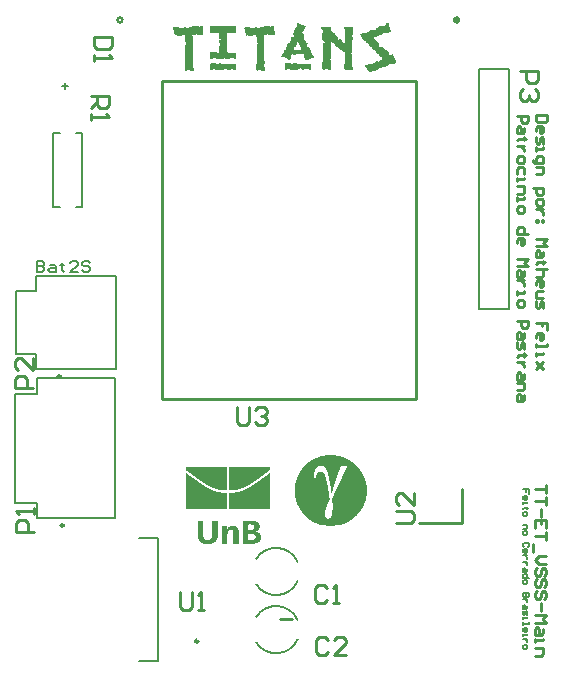
<source format=gbr>
G04*
G04 #@! TF.GenerationSoftware,Altium Limited,Altium Designer,25.4.2 (15)*
G04*
G04 Layer_Color=65535*
%FSLAX44Y44*%
%MOMM*%
G71*
G04*
G04 #@! TF.SameCoordinates,3DD580B5-EB9C-4BB7-A259-C10CE48ABDDF*
G04*
G04*
G04 #@! TF.FilePolarity,Positive*
G04*
G01*
G75*
%ADD10C,0.2000*%
%ADD11C,0.2540*%
%ADD12C,0.2500*%
%ADD13C,0.1540*%
G36*
X217454Y165375D02*
X217178D01*
Y165236D01*
X217039D01*
Y165098D01*
X216901D01*
Y164960D01*
X216625D01*
Y164822D01*
X216487D01*
Y164684D01*
X216210D01*
Y164545D01*
X216072D01*
Y164407D01*
X215934D01*
Y164269D01*
X215658D01*
Y164131D01*
X215519D01*
Y163993D01*
X215381D01*
Y163855D01*
X215105D01*
Y163716D01*
X214967D01*
Y163578D01*
X214690D01*
Y163440D01*
X214552D01*
Y163302D01*
X214414D01*
Y163164D01*
X214137D01*
Y163025D01*
X213999D01*
Y162887D01*
X213723D01*
Y162749D01*
X213585D01*
Y162611D01*
X213447D01*
Y162473D01*
X213170D01*
Y162334D01*
X213032D01*
Y162196D01*
X212894D01*
Y162058D01*
X212617D01*
Y161920D01*
X212479D01*
Y161782D01*
X212203D01*
Y161644D01*
X212065D01*
Y161505D01*
X211926D01*
Y161367D01*
X211650D01*
Y161229D01*
X211512D01*
Y161091D01*
X211374D01*
Y160953D01*
X211097D01*
Y160814D01*
X210959D01*
Y160676D01*
X210683D01*
Y160538D01*
X210545D01*
Y160400D01*
X210406D01*
Y160262D01*
X210130D01*
Y160124D01*
X209992D01*
Y159985D01*
X209854D01*
Y159847D01*
X209577D01*
Y159709D01*
X209439D01*
Y159571D01*
X209301D01*
Y159433D01*
X209025D01*
Y159294D01*
X208887D01*
Y159156D01*
X208610D01*
Y159018D01*
X208472D01*
Y158880D01*
X208334D01*
Y158742D01*
X208057D01*
Y158603D01*
X207919D01*
Y158465D01*
X207643D01*
Y158327D01*
X207505D01*
Y158189D01*
X207366D01*
Y158051D01*
X207090D01*
Y157913D01*
X206952D01*
Y157774D01*
X206675D01*
Y157636D01*
X206537D01*
Y157498D01*
X206399D01*
Y157360D01*
X206123D01*
Y157222D01*
X205985D01*
Y157084D01*
X205708D01*
Y156945D01*
X205570D01*
Y156807D01*
X205432D01*
Y156669D01*
X205156D01*
Y156531D01*
X205017D01*
Y156393D01*
X204741D01*
Y156254D01*
X204603D01*
Y156116D01*
X204465D01*
Y155978D01*
X204188D01*
Y155840D01*
X204050D01*
Y155702D01*
X203774D01*
Y155563D01*
X203636D01*
Y155425D01*
X203359D01*
Y155287D01*
X203221D01*
Y155149D01*
X202945D01*
Y155011D01*
X202806D01*
Y154873D01*
X202530D01*
Y154734D01*
X202254D01*
Y154596D01*
X202115D01*
Y154458D01*
X201839D01*
Y154320D01*
X201701D01*
Y154182D01*
X201425D01*
Y154044D01*
X201148D01*
Y153905D01*
X201010D01*
Y153767D01*
X200734D01*
Y153629D01*
X200457D01*
Y153491D01*
X200319D01*
Y153352D01*
X200043D01*
Y153214D01*
X199766D01*
Y153076D01*
X199490D01*
Y152938D01*
X199352D01*
Y152800D01*
X199075D01*
Y152662D01*
X198799D01*
Y152523D01*
X198523D01*
Y152385D01*
X198246D01*
Y152247D01*
X197970D01*
Y152109D01*
X197694D01*
Y151971D01*
X197417D01*
Y151833D01*
X197141D01*
Y151694D01*
X196864D01*
Y151556D01*
X196588D01*
Y151418D01*
X196312D01*
Y151280D01*
X196035D01*
Y151142D01*
X195759D01*
Y151003D01*
X195483D01*
Y150865D01*
X195206D01*
Y150727D01*
X194930D01*
Y150589D01*
X194515D01*
Y150451D01*
X194239D01*
Y150312D01*
X193963D01*
Y150174D01*
X193548D01*
Y150036D01*
X193272D01*
Y149898D01*
X192857D01*
Y149760D01*
X192443D01*
Y149622D01*
X192028D01*
Y149483D01*
X191614D01*
Y149345D01*
X191199D01*
Y149207D01*
X190646D01*
Y149069D01*
X190093D01*
Y148931D01*
X189403D01*
Y148792D01*
X188435D01*
Y148654D01*
X187468D01*
Y148516D01*
X185672D01*
Y148378D01*
X183046D01*
Y168000D01*
X217454D01*
Y165375D01*
D02*
G37*
G36*
X181112Y148378D02*
X178348D01*
Y148516D01*
X176690D01*
Y148654D01*
X175584D01*
Y148792D01*
X174755D01*
Y148931D01*
X174064D01*
Y149069D01*
X173512D01*
Y149207D01*
X172959D01*
Y149345D01*
X172544D01*
Y149483D01*
X171992D01*
Y149622D01*
X171577D01*
Y149760D01*
X171162D01*
Y149898D01*
X170886D01*
Y150036D01*
X170471D01*
Y150174D01*
X170195D01*
Y150312D01*
X169919D01*
Y150451D01*
X169504D01*
Y150589D01*
X169228D01*
Y150727D01*
X168951D01*
Y150865D01*
X168675D01*
Y151003D01*
X168399D01*
Y151142D01*
X167984D01*
Y151280D01*
X167708D01*
Y151418D01*
X167431D01*
Y151556D01*
X167155D01*
Y151694D01*
X166879D01*
Y151833D01*
X166602D01*
Y151971D01*
X166326D01*
Y152109D01*
X166050D01*
Y152247D01*
X165911D01*
Y152385D01*
X165635D01*
Y152523D01*
X165359D01*
Y152662D01*
X165082D01*
Y152800D01*
X164806D01*
Y152938D01*
X164668D01*
Y153076D01*
X164391D01*
Y153214D01*
X164115D01*
Y153352D01*
X163839D01*
Y153491D01*
X163562D01*
Y153629D01*
X163424D01*
Y153767D01*
X163148D01*
Y153905D01*
X162871D01*
Y154044D01*
X162733D01*
Y154182D01*
X162457D01*
Y154320D01*
X162180D01*
Y154458D01*
X162042D01*
Y154596D01*
X161766D01*
Y154734D01*
X161628D01*
Y154873D01*
X161351D01*
Y155011D01*
X161213D01*
Y155149D01*
X160937D01*
Y155287D01*
X160799D01*
Y155425D01*
X160522D01*
Y155563D01*
X160384D01*
Y155702D01*
X160108D01*
Y155840D01*
X159970D01*
Y155978D01*
X159693D01*
Y156116D01*
X159555D01*
Y156254D01*
X159278D01*
Y156393D01*
X159140D01*
Y156531D01*
X158864D01*
Y156669D01*
X158726D01*
Y156807D01*
X158588D01*
Y156945D01*
X158311D01*
Y157084D01*
X158173D01*
Y157222D01*
X157897D01*
Y157360D01*
X157759D01*
Y157498D01*
X157620D01*
Y157636D01*
X157344D01*
Y157774D01*
X157206D01*
Y157913D01*
X157068D01*
Y158051D01*
X156791D01*
Y158189D01*
X156653D01*
Y158327D01*
X156377D01*
Y158465D01*
X156238D01*
Y158603D01*
X156100D01*
Y158742D01*
X155824D01*
Y158880D01*
X155686D01*
Y159018D01*
X155548D01*
Y159156D01*
X155271D01*
Y159294D01*
X155133D01*
Y159433D01*
X154857D01*
Y159571D01*
X154719D01*
Y159709D01*
X154442D01*
Y159847D01*
X154304D01*
Y159985D01*
X154166D01*
Y160124D01*
X153889D01*
Y160262D01*
X153751D01*
Y160400D01*
X153613D01*
Y160538D01*
X153337D01*
Y160676D01*
X153198D01*
Y160814D01*
X153060D01*
Y160953D01*
X152784D01*
Y161091D01*
X152646D01*
Y161229D01*
X152369D01*
Y161367D01*
X152231D01*
Y161505D01*
X152093D01*
Y161644D01*
X151817D01*
Y161782D01*
X151678D01*
Y161920D01*
X151402D01*
Y162058D01*
X151264D01*
Y162196D01*
X151126D01*
Y162334D01*
X150849D01*
Y162473D01*
X150711D01*
Y162611D01*
X150573D01*
Y162749D01*
X150297D01*
Y162887D01*
X150158D01*
Y163025D01*
X150020D01*
Y163164D01*
X149744D01*
Y163302D01*
X149606D01*
Y163440D01*
X149329D01*
Y163578D01*
X149191D01*
Y163716D01*
X149053D01*
Y163855D01*
X148777D01*
Y163993D01*
X148638D01*
Y164131D01*
X148500D01*
Y164269D01*
X148224D01*
Y164407D01*
X148086D01*
Y164545D01*
X147809D01*
Y164684D01*
X147671D01*
Y164822D01*
X147395D01*
Y164960D01*
X147257D01*
Y165098D01*
X147118D01*
Y165236D01*
X146842D01*
Y165375D01*
X146704D01*
Y168000D01*
X181112D01*
Y148378D01*
D02*
G37*
G36*
X217454Y132625D02*
X183046D01*
Y146305D01*
X184566D01*
Y146443D01*
X186915D01*
Y146581D01*
X188159D01*
Y146720D01*
X189126D01*
Y146858D01*
X189817D01*
Y146996D01*
X190508D01*
Y147134D01*
X191061D01*
Y147273D01*
X191614D01*
Y147411D01*
X192166D01*
Y147549D01*
X192581D01*
Y147687D01*
X192995D01*
Y147825D01*
X193410D01*
Y147963D01*
X193686D01*
Y148102D01*
X194101D01*
Y148240D01*
X194515D01*
Y148378D01*
X194792D01*
Y148516D01*
X195068D01*
Y148654D01*
X195345D01*
Y148792D01*
X195759D01*
Y148931D01*
X196035D01*
Y149069D01*
X196312D01*
Y149207D01*
X196588D01*
Y149345D01*
X196864D01*
Y149483D01*
X197141D01*
Y149622D01*
X197555D01*
Y149760D01*
X197694D01*
Y149898D01*
X197970D01*
Y150036D01*
X198384D01*
Y150174D01*
X198523D01*
Y150312D01*
X198799D01*
Y150451D01*
X199075D01*
Y150589D01*
X199352D01*
Y150727D01*
X199628D01*
Y150865D01*
X199904D01*
Y151003D01*
X200043D01*
Y151142D01*
X200319D01*
Y151280D01*
X200595D01*
Y151418D01*
X200872D01*
Y151556D01*
X201148D01*
Y151694D01*
X201286D01*
Y151833D01*
X201563D01*
Y151971D01*
X201839D01*
Y152109D01*
X201977D01*
Y152247D01*
X202254D01*
Y152385D01*
X202530D01*
Y152523D01*
X202668D01*
Y152662D01*
X202945D01*
Y152800D01*
X203221D01*
Y152938D01*
X203359D01*
Y153076D01*
X203636D01*
Y153214D01*
X203774D01*
Y153352D01*
X204050D01*
Y153491D01*
X204326D01*
Y153629D01*
X204465D01*
Y153767D01*
X204603D01*
Y153905D01*
X204879D01*
Y154044D01*
X205156D01*
Y154182D01*
X205294D01*
Y154320D01*
X205570D01*
Y154458D01*
X205708D01*
Y154596D01*
X205846D01*
Y154734D01*
X206123D01*
Y154873D01*
X206261D01*
Y155011D01*
X206537D01*
Y155149D01*
X206675D01*
Y155287D01*
X206814D01*
Y155425D01*
X207090D01*
Y155563D01*
X207228D01*
Y155702D01*
X207505D01*
Y155840D01*
X207643D01*
Y155978D01*
X207781D01*
Y156116D01*
X208057D01*
Y156254D01*
X208195D01*
Y156393D01*
X208334D01*
Y156531D01*
X208610D01*
Y156669D01*
X208748D01*
Y156807D01*
X209025D01*
Y156945D01*
X209163D01*
Y157084D01*
X209301D01*
Y157222D01*
X209577D01*
Y157360D01*
X209716D01*
Y157498D01*
X209854D01*
Y157636D01*
X210130D01*
Y157774D01*
X210268D01*
Y157913D01*
X210545D01*
Y158051D01*
X210683D01*
Y158189D01*
X210821D01*
Y158327D01*
X211097D01*
Y158465D01*
X211236D01*
Y158603D01*
X211374D01*
Y158742D01*
X211650D01*
Y158880D01*
X211788D01*
Y159018D01*
X212065D01*
Y159156D01*
X212203D01*
Y159294D01*
X212341D01*
Y159433D01*
X212617D01*
Y159571D01*
X212756D01*
Y159709D01*
X213032D01*
Y159847D01*
X213170D01*
Y159985D01*
X213308D01*
Y160124D01*
X213585D01*
Y160262D01*
X213723D01*
Y160400D01*
X213861D01*
Y160538D01*
X214137D01*
Y160676D01*
X214276D01*
Y160814D01*
X214552D01*
Y160953D01*
X214690D01*
Y161091D01*
X214828D01*
Y161229D01*
X215105D01*
Y161367D01*
X215243D01*
Y161505D01*
X215519D01*
Y161644D01*
X215658D01*
Y161782D01*
X215796D01*
Y161920D01*
X216072D01*
Y162058D01*
X216210D01*
Y162196D01*
X216348D01*
Y162334D01*
X216625D01*
Y162473D01*
X216763D01*
Y162611D01*
X217039D01*
Y162749D01*
X217178D01*
Y162887D01*
X217454D01*
Y132625D01*
D02*
G37*
G36*
X146980Y162749D02*
X147118D01*
Y162611D01*
X147257D01*
Y162473D01*
X147533D01*
Y162334D01*
X147671D01*
Y162196D01*
X147948D01*
Y162058D01*
X148086D01*
Y161920D01*
X148362D01*
Y161782D01*
X148500D01*
Y161644D01*
X148638D01*
Y161505D01*
X148915D01*
Y161367D01*
X149053D01*
Y161229D01*
X149191D01*
Y161091D01*
X149467D01*
Y160953D01*
X149606D01*
Y160814D01*
X149882D01*
Y160676D01*
X150020D01*
Y160538D01*
X150158D01*
Y160400D01*
X150435D01*
Y160262D01*
X150573D01*
Y160124D01*
X150711D01*
Y159985D01*
X150988D01*
Y159847D01*
X151126D01*
Y159709D01*
X151402D01*
Y159571D01*
X151540D01*
Y159433D01*
X151678D01*
Y159294D01*
X151955D01*
Y159156D01*
X152093D01*
Y159018D01*
X152369D01*
Y158880D01*
X152508D01*
Y158742D01*
X152646D01*
Y158603D01*
X152922D01*
Y158465D01*
X153060D01*
Y158327D01*
X153198D01*
Y158189D01*
X153475D01*
Y158051D01*
X153613D01*
Y157913D01*
X153889D01*
Y157774D01*
X154028D01*
Y157636D01*
X154166D01*
Y157498D01*
X154442D01*
Y157360D01*
X154580D01*
Y157222D01*
X154719D01*
Y157084D01*
X154995D01*
Y156945D01*
X155133D01*
Y156807D01*
X155409D01*
Y156669D01*
X155548D01*
Y156531D01*
X155686D01*
Y156393D01*
X155962D01*
Y156254D01*
X156100D01*
Y156116D01*
X156238D01*
Y155978D01*
X156515D01*
Y155840D01*
X156653D01*
Y155702D01*
X156929D01*
Y155563D01*
X157068D01*
Y155425D01*
X157206D01*
Y155287D01*
X157482D01*
Y155149D01*
X157620D01*
Y155011D01*
X157897D01*
Y154873D01*
X158035D01*
Y154734D01*
X158173D01*
Y154596D01*
X158449D01*
Y154458D01*
X158588D01*
Y154320D01*
X158864D01*
Y154182D01*
X159002D01*
Y154044D01*
X159278D01*
Y153905D01*
X159417D01*
Y153767D01*
X159693D01*
Y153629D01*
X159831D01*
Y153491D01*
X160108D01*
Y153352D01*
X160246D01*
Y153214D01*
X160522D01*
Y153076D01*
X160799D01*
Y152938D01*
X160937D01*
Y152800D01*
X161213D01*
Y152662D01*
X161351D01*
Y152523D01*
X161628D01*
Y152385D01*
X161904D01*
Y152247D01*
X162042D01*
Y152109D01*
X162319D01*
Y151971D01*
X162595D01*
Y151833D01*
X162871D01*
Y151694D01*
X163009D01*
Y151556D01*
X163286D01*
Y151418D01*
X163562D01*
Y151280D01*
X163839D01*
Y151142D01*
X163977D01*
Y151003D01*
X164253D01*
Y150865D01*
X164529D01*
Y150727D01*
X164806D01*
Y150589D01*
X165082D01*
Y150451D01*
X165220D01*
Y150312D01*
X165635D01*
Y150174D01*
X165773D01*
Y150036D01*
X166050D01*
Y149898D01*
X166326D01*
Y149760D01*
X166602D01*
Y149622D01*
X167017D01*
Y149483D01*
X167155D01*
Y149345D01*
X167431D01*
Y149207D01*
X167846D01*
Y149069D01*
X168122D01*
Y148931D01*
X168399D01*
Y148792D01*
X168675D01*
Y148654D01*
X168951D01*
Y148516D01*
X169366D01*
Y148378D01*
X169642D01*
Y148240D01*
X170057D01*
Y148102D01*
X170333D01*
Y147963D01*
X170748D01*
Y147825D01*
X171162D01*
Y147687D01*
X171577D01*
Y147549D01*
X171992D01*
Y147411D01*
X172544D01*
Y147273D01*
X172959D01*
Y147134D01*
X173650D01*
Y146996D01*
X174202D01*
Y146858D01*
X175032D01*
Y146720D01*
X175999D01*
Y146581D01*
X177242D01*
Y146443D01*
X179039D01*
Y146305D01*
X179177D01*
Y146443D01*
X179453D01*
Y146305D01*
X180973D01*
Y132625D01*
X146704D01*
Y162887D01*
X146980D01*
Y162749D01*
D02*
G37*
G36*
X273579Y177657D02*
X276088D01*
Y177239D01*
X277761D01*
Y176821D01*
X279015D01*
Y176403D01*
X280270D01*
Y175985D01*
X281106D01*
Y175567D01*
X282360D01*
Y175149D01*
X282779D01*
Y174730D01*
X284033D01*
Y174312D01*
X284451D01*
Y173894D01*
X285287D01*
Y173476D01*
X286124D01*
Y173058D01*
X286542D01*
Y172640D01*
X286960D01*
Y172221D01*
X287796D01*
Y171803D01*
X288214D01*
Y171385D01*
X288633D01*
Y170967D01*
X289469D01*
Y170549D01*
X289887D01*
Y170131D01*
X290305D01*
Y169713D01*
X290723D01*
Y169294D01*
X291141D01*
Y168876D01*
X291560D01*
Y168458D01*
X291978D01*
Y168040D01*
X292396D01*
Y167622D01*
X292814D01*
Y166786D01*
X293232D01*
Y166367D01*
X293650D01*
Y165949D01*
X294069D01*
Y165113D01*
X294487D01*
Y164695D01*
X294905D01*
Y163859D01*
X295323D01*
Y163440D01*
X295741D01*
Y162604D01*
X296159D01*
Y161768D01*
X296577D01*
Y160931D01*
X296996D01*
Y160095D01*
X297414D01*
Y159259D01*
X297832D01*
Y158005D01*
X298250D01*
Y156750D01*
X298668D01*
Y155077D01*
X299086D01*
Y152987D01*
X299504D01*
Y147969D01*
X299923D01*
Y147551D01*
X299504D01*
Y143369D01*
X299086D01*
Y141279D01*
X298668D01*
Y139606D01*
X298250D01*
Y138351D01*
X297832D01*
Y137515D01*
X297414D01*
Y136261D01*
X296996D01*
Y135424D01*
X296577D01*
Y134588D01*
X296159D01*
Y133752D01*
X295741D01*
Y133334D01*
X295323D01*
Y132498D01*
X294905D01*
Y131661D01*
X294487D01*
Y131243D01*
X294069D01*
Y130825D01*
X293650D01*
Y129989D01*
X293232D01*
Y129570D01*
X292814D01*
Y129152D01*
X292396D01*
Y128734D01*
X291978D01*
Y128316D01*
X291560D01*
Y127480D01*
X291141D01*
Y127062D01*
X290723D01*
Y126643D01*
X289887D01*
Y126225D01*
X289469D01*
Y125807D01*
X289051D01*
Y125389D01*
X288633D01*
Y124971D01*
X288214D01*
Y124553D01*
X287378D01*
Y124135D01*
X286960D01*
Y123716D01*
X286542D01*
Y123298D01*
X285706D01*
Y122880D01*
X284869D01*
Y122462D01*
X284451D01*
Y122044D01*
X283615D01*
Y121626D01*
X282779D01*
Y121208D01*
X281942D01*
Y120789D01*
X281106D01*
Y120371D01*
X279851D01*
Y119953D01*
X278597D01*
Y119535D01*
X277343D01*
Y119117D01*
X275670D01*
Y118699D01*
X272743D01*
Y118280D01*
X265216D01*
Y118699D01*
X262289D01*
Y119117D01*
X261035D01*
Y119535D01*
X259362D01*
Y119953D01*
X258108D01*
Y120371D01*
X257272D01*
Y120789D01*
X256017D01*
Y121208D01*
X255181D01*
Y121626D01*
X254345D01*
Y122044D01*
X253508D01*
Y122462D01*
X253090D01*
Y122880D01*
X252254D01*
Y123298D01*
X251836D01*
Y123716D01*
X250999D01*
Y124135D01*
X250581D01*
Y124553D01*
X249745D01*
Y124971D01*
X249327D01*
Y125389D01*
X248909D01*
Y125807D01*
X248491D01*
Y126225D01*
X248072D01*
Y126643D01*
X247654D01*
Y127062D01*
X247236D01*
Y127480D01*
X246818D01*
Y127898D01*
X246400D01*
Y128316D01*
X245982D01*
Y128734D01*
X245563D01*
Y129152D01*
X245145D01*
Y129570D01*
X244727D01*
Y129989D01*
X244309D01*
Y130825D01*
X243891D01*
Y131243D01*
X243473D01*
Y132079D01*
X243055D01*
Y132498D01*
X242636D01*
Y133334D01*
X242218D01*
Y134170D01*
X241800D01*
Y135006D01*
X241382D01*
Y135424D01*
X240964D01*
Y136261D01*
X240546D01*
Y137515D01*
X240128D01*
Y138770D01*
X239709D01*
Y140024D01*
X239291D01*
Y141697D01*
X238873D01*
Y143787D01*
X238455D01*
Y152569D01*
X238873D01*
Y155077D01*
X239291D01*
Y156332D01*
X239709D01*
Y157586D01*
X240128D01*
Y158841D01*
X240546D01*
Y160095D01*
X240964D01*
Y160931D01*
X241382D01*
Y161768D01*
X241800D01*
Y162604D01*
X242218D01*
Y163022D01*
X242636D01*
Y163859D01*
X243055D01*
Y164695D01*
X243473D01*
Y165113D01*
X243891D01*
Y165531D01*
X244309D01*
Y166367D01*
X244727D01*
Y166786D01*
X245145D01*
Y167204D01*
X245563D01*
Y167622D01*
X245982D01*
Y168458D01*
X246400D01*
Y168876D01*
X246818D01*
Y169294D01*
X247236D01*
Y169713D01*
X247654D01*
Y170131D01*
X248491D01*
Y170549D01*
X248909D01*
Y170967D01*
X249327D01*
Y171385D01*
X249745D01*
Y171803D01*
X250163D01*
Y172221D01*
X250999D01*
Y172640D01*
X251418D01*
Y173058D01*
X252254D01*
Y173476D01*
X252672D01*
Y173894D01*
X253508D01*
Y174312D01*
X254345D01*
Y174730D01*
X255181D01*
Y175149D01*
X256017D01*
Y175567D01*
X256853D01*
Y175985D01*
X258108D01*
Y176403D01*
X258944D01*
Y176821D01*
X260199D01*
Y177239D01*
X261871D01*
Y177657D01*
X264380D01*
Y178076D01*
X273579D01*
Y177657D01*
D02*
G37*
G36*
X186915Y118392D02*
X187883D01*
Y118254D01*
X188297D01*
Y118116D01*
X188712D01*
Y117978D01*
X188988D01*
Y117839D01*
X189126D01*
Y117701D01*
X189403D01*
Y117563D01*
X189541D01*
Y117425D01*
X189679D01*
Y117287D01*
X189817D01*
Y117148D01*
X189955D01*
Y117010D01*
X190093D01*
Y116872D01*
X190232D01*
Y116596D01*
X190370D01*
Y116458D01*
X190508D01*
Y116181D01*
X190646D01*
Y115905D01*
X190784D01*
Y115490D01*
X190923D01*
Y114937D01*
X191061D01*
Y114108D01*
X191199D01*
Y103192D01*
X191061D01*
Y103054D01*
X186777D01*
Y103192D01*
X186639D01*
Y113418D01*
X186501D01*
Y113832D01*
X186362D01*
Y114108D01*
X186224D01*
Y114385D01*
X186086D01*
Y114523D01*
X185948D01*
Y114661D01*
X185810D01*
Y114799D01*
X185672D01*
Y114937D01*
X185257D01*
Y115076D01*
X183599D01*
Y114937D01*
X183184D01*
Y114799D01*
X182908D01*
Y114661D01*
X182770D01*
Y114523D01*
X182632D01*
Y114385D01*
X182493D01*
Y114247D01*
X182355D01*
Y114108D01*
X182217D01*
Y113832D01*
X182079D01*
Y113556D01*
X181941D01*
Y113141D01*
X181803D01*
Y112727D01*
X181664D01*
Y111897D01*
X181526D01*
Y103054D01*
X177242D01*
Y103192D01*
X177104D01*
Y118254D01*
X181250D01*
Y117701D01*
X181388D01*
Y116043D01*
X181526D01*
Y115490D01*
X181664D01*
Y115628D01*
X181803D01*
Y115905D01*
X181941D01*
Y116181D01*
X182079D01*
Y116458D01*
X182217D01*
Y116596D01*
X182355D01*
Y116872D01*
X182493D01*
Y117010D01*
X182632D01*
Y117148D01*
X182770D01*
Y117287D01*
X182908D01*
Y117425D01*
X183046D01*
Y117563D01*
X183323D01*
Y117701D01*
X183461D01*
Y117839D01*
X183737D01*
Y117978D01*
X184013D01*
Y118116D01*
X184428D01*
Y118254D01*
X184842D01*
Y118392D01*
X185810D01*
Y118530D01*
X186915D01*
Y118392D01*
D02*
G37*
G36*
X173373Y109410D02*
X173235D01*
Y108443D01*
X173097D01*
Y107890D01*
X172959D01*
Y107476D01*
X172820D01*
Y107061D01*
X172682D01*
Y106785D01*
X172544D01*
Y106508D01*
X172406D01*
Y106232D01*
X172268D01*
Y105956D01*
X172130D01*
Y105817D01*
X171992D01*
Y105541D01*
X171853D01*
Y105403D01*
X171715D01*
Y105265D01*
X171577D01*
Y105126D01*
X171439D01*
Y104988D01*
X171301D01*
Y104850D01*
X171162D01*
Y104712D01*
X171024D01*
Y104574D01*
X170886D01*
Y104436D01*
X170610D01*
Y104297D01*
X170471D01*
Y104159D01*
X170195D01*
Y104021D01*
X170057D01*
Y103883D01*
X169781D01*
Y103745D01*
X169504D01*
Y103606D01*
X169090D01*
Y103468D01*
X168813D01*
Y103330D01*
X168260D01*
Y103192D01*
X167846D01*
Y103054D01*
X167017D01*
Y102915D01*
X165773D01*
Y102777D01*
X164115D01*
Y102915D01*
X162733D01*
Y103054D01*
X162042D01*
Y103192D01*
X161490D01*
Y103330D01*
X161075D01*
Y103468D01*
X160660D01*
Y103606D01*
X160384D01*
Y103745D01*
X160108D01*
Y103883D01*
X159831D01*
Y104021D01*
X159555D01*
Y104159D01*
X159417D01*
Y104297D01*
X159140D01*
Y104436D01*
X159002D01*
Y104574D01*
X158864D01*
Y104712D01*
X158726D01*
Y104850D01*
X158588D01*
Y104988D01*
X158449D01*
Y105126D01*
X158311D01*
Y105265D01*
X158173D01*
Y105403D01*
X158035D01*
Y105541D01*
X157897D01*
Y105817D01*
X157759D01*
Y105956D01*
X157620D01*
Y106232D01*
X157482D01*
Y106370D01*
X157344D01*
Y106785D01*
X157206D01*
Y107061D01*
X157068D01*
Y107337D01*
X156929D01*
Y107890D01*
X156791D01*
Y108443D01*
X156653D01*
Y109410D01*
X156515D01*
Y122676D01*
X156653D01*
Y122814D01*
X160937D01*
Y122676D01*
X161075D01*
Y109410D01*
X161213D01*
Y108857D01*
X161351D01*
Y108443D01*
X161490D01*
Y108167D01*
X161628D01*
Y107890D01*
X161766D01*
Y107752D01*
X161904D01*
Y107614D01*
X162042D01*
Y107337D01*
X162319D01*
Y107199D01*
X162457D01*
Y107061D01*
X162595D01*
Y106923D01*
X162733D01*
Y106785D01*
X163009D01*
Y106646D01*
X163424D01*
Y106508D01*
X163977D01*
Y106370D01*
X166050D01*
Y106508D01*
X166602D01*
Y106646D01*
X166879D01*
Y106785D01*
X167155D01*
Y106923D01*
X167293D01*
Y107061D01*
X167570D01*
Y107199D01*
X167708D01*
Y107337D01*
X167846D01*
Y107476D01*
X167984D01*
Y107752D01*
X168122D01*
Y107890D01*
X168260D01*
Y108167D01*
X168399D01*
Y108581D01*
X168537D01*
Y108996D01*
X168675D01*
Y109548D01*
X168813D01*
Y122676D01*
X168951D01*
Y122814D01*
X173373D01*
Y109410D01*
D02*
G37*
G36*
X202668Y122676D02*
X204050D01*
Y122538D01*
X204741D01*
Y122399D01*
X205294D01*
Y122261D01*
X205708D01*
Y122123D01*
X206123D01*
Y121985D01*
X206399D01*
Y121847D01*
X206675D01*
Y121708D01*
X206814D01*
Y121570D01*
X207090D01*
Y121432D01*
X207228D01*
Y121294D01*
X207505D01*
Y121156D01*
X207643D01*
Y121018D01*
X207781D01*
Y120879D01*
X207919D01*
Y120741D01*
X208057D01*
Y120465D01*
X208195D01*
Y120327D01*
X208334D01*
Y120050D01*
X208472D01*
Y119774D01*
X208610D01*
Y119359D01*
X208748D01*
Y118945D01*
X208887D01*
Y116734D01*
X208748D01*
Y116181D01*
X208610D01*
Y115905D01*
X208472D01*
Y115628D01*
X208334D01*
Y115352D01*
X208195D01*
Y115214D01*
X208057D01*
Y114937D01*
X207919D01*
Y114799D01*
X207781D01*
Y114661D01*
X207643D01*
Y114523D01*
X207366D01*
Y114385D01*
X207228D01*
Y114247D01*
X206952D01*
Y114108D01*
X206675D01*
Y113970D01*
X206399D01*
Y113832D01*
X206123D01*
Y113694D01*
X205708D01*
Y113556D01*
X205846D01*
Y113418D01*
X206399D01*
Y113279D01*
X206814D01*
Y113141D01*
X207228D01*
Y113003D01*
X207505D01*
Y112865D01*
X207781D01*
Y112727D01*
X208057D01*
Y112588D01*
X208195D01*
Y112450D01*
X208472D01*
Y112312D01*
X208610D01*
Y112174D01*
X208748D01*
Y112036D01*
X208887D01*
Y111897D01*
X209025D01*
Y111759D01*
X209163D01*
Y111483D01*
X209301D01*
Y111345D01*
X209439D01*
Y111068D01*
X209577D01*
Y110792D01*
X209716D01*
Y110377D01*
X209854D01*
Y109963D01*
X209992D01*
Y107476D01*
X209854D01*
Y106923D01*
X209716D01*
Y106508D01*
X209577D01*
Y106232D01*
X209439D01*
Y105956D01*
X209301D01*
Y105817D01*
X209163D01*
Y105541D01*
X209025D01*
Y105403D01*
X208887D01*
Y105265D01*
X208748D01*
Y105126D01*
X208610D01*
Y104988D01*
X208472D01*
Y104850D01*
X208334D01*
Y104712D01*
X208195D01*
Y104574D01*
X207919D01*
Y104436D01*
X207781D01*
Y104297D01*
X207505D01*
Y104159D01*
X207366D01*
Y104021D01*
X206952D01*
Y103883D01*
X206675D01*
Y103745D01*
X206261D01*
Y103606D01*
X205846D01*
Y103468D01*
X205294D01*
Y103330D01*
X204603D01*
Y103192D01*
X203221D01*
Y103054D01*
X195068D01*
Y103192D01*
X194930D01*
Y115628D01*
Y115767D01*
Y122814D01*
X202668D01*
Y122676D01*
D02*
G37*
G36*
X221287Y537275D02*
X221941D01*
Y534004D01*
X216054D01*
Y534658D01*
X214745D01*
Y534004D01*
X212129D01*
Y533350D01*
X212783D01*
Y530079D01*
Y529425D01*
Y511763D01*
X213437D01*
Y509146D01*
X212783D01*
Y506530D01*
X213437D01*
Y503913D01*
X210166D01*
Y504567D01*
X207550D01*
Y503913D01*
X206241D01*
Y504567D01*
X205587D01*
Y509146D01*
X206241D01*
Y525500D01*
X206896D01*
Y526154D01*
X207550D01*
Y527462D01*
X206896D01*
Y528116D01*
X206241D01*
Y532696D01*
X205587D01*
Y534004D01*
X203625D01*
Y533350D01*
X199046D01*
Y534004D01*
X197738D01*
Y533350D01*
X197084D01*
Y535966D01*
X196430D01*
Y539237D01*
X195775D01*
Y539891D01*
X196430D01*
Y540545D01*
X200354D01*
Y539891D01*
X204933D01*
Y540545D01*
X206896D01*
Y539891D01*
X209512D01*
Y540545D01*
X212129D01*
Y541199D01*
X218016D01*
Y540545D01*
X218670D01*
Y541199D01*
X219324D01*
Y541853D01*
X221287D01*
Y537275D01*
D02*
G37*
G36*
X161106Y534004D02*
X155873D01*
Y534658D01*
X154564D01*
Y534004D01*
X151948D01*
Y533350D01*
X152602D01*
Y513071D01*
X151948D01*
Y512417D01*
X152602D01*
Y505876D01*
X153256D01*
Y503913D01*
X149985D01*
Y504567D01*
X147369D01*
Y503913D01*
X145406D01*
Y511109D01*
X146061D01*
Y513071D01*
X145406D01*
Y516996D01*
X146061D01*
Y525500D01*
X146715D01*
Y528116D01*
X146061D01*
Y528771D01*
X145406D01*
Y534004D01*
X142790D01*
Y533350D01*
X138865D01*
Y534004D01*
X137557D01*
Y533350D01*
X136903D01*
Y534658D01*
X136249D01*
Y537929D01*
X135594D01*
Y540545D01*
X140173D01*
Y539891D01*
X144752D01*
Y540545D01*
X146715D01*
Y539891D01*
X149331D01*
Y540545D01*
X151948D01*
Y541199D01*
X157835D01*
Y540545D01*
X158489D01*
Y541199D01*
X159143D01*
Y541853D01*
X161106D01*
Y534004D01*
D02*
G37*
G36*
X170918Y541199D02*
X188580D01*
Y540545D01*
X189234D01*
Y535966D01*
X181384D01*
Y519613D01*
X182038D01*
Y518959D01*
X189234D01*
Y514380D01*
X188580D01*
Y513725D01*
X187271D01*
Y514380D01*
X184001D01*
Y513725D01*
X179422D01*
Y514380D01*
X178768D01*
Y513725D01*
X171572D01*
Y514380D01*
X169610D01*
Y513725D01*
X166993D01*
Y519613D01*
X172880D01*
Y518959D01*
X174189D01*
Y519613D01*
X174843D01*
Y524846D01*
X175497D01*
Y526808D01*
X174843D01*
Y529425D01*
X176151D01*
Y530733D01*
X174843D01*
Y534658D01*
X174189D01*
Y535966D01*
X168955D01*
Y535312D01*
X167647D01*
Y535966D01*
X166993D01*
Y536620D01*
Y541199D01*
X167647D01*
Y541853D01*
X170918D01*
Y541199D01*
D02*
G37*
G36*
X176151Y509801D02*
X189234D01*
Y504567D01*
X186617D01*
Y505222D01*
X184655D01*
Y504567D01*
X181384D01*
Y505222D01*
X180730D01*
Y505876D01*
X180076D01*
Y505222D01*
X178768D01*
Y504567D01*
X170918D01*
Y505222D01*
X169610D01*
Y504567D01*
X166993D01*
Y506530D01*
Y507184D01*
Y509801D01*
X167647D01*
Y510455D01*
X172226D01*
Y509801D01*
X174843D01*
Y510455D01*
X176151D01*
Y509801D01*
D02*
G37*
G36*
X230445Y506530D02*
Y510455D01*
X235678D01*
Y509801D01*
X236986D01*
Y510455D01*
X240257D01*
Y509801D01*
X252031D01*
Y504567D01*
X250723D01*
Y505222D01*
X246144D01*
Y504567D01*
X244836D01*
Y505222D01*
X244182D01*
Y505876D01*
X242873D01*
Y505222D01*
X241565D01*
Y504567D01*
X234370D01*
Y505222D01*
X232407D01*
Y504567D01*
X230445D01*
Y505876D01*
Y506530D01*
D02*
G37*
G36*
X242219Y543162D02*
X244182D01*
Y542508D01*
X246144D01*
Y541853D01*
X247452D01*
Y541199D01*
X248107D01*
Y540545D01*
X247452D01*
Y539237D01*
X246798D01*
Y538583D01*
X246144D01*
Y537275D01*
X245490D01*
Y536620D01*
X244836D01*
Y535966D01*
X245490D01*
Y534658D01*
X246144D01*
Y532696D01*
X246798D01*
Y530079D01*
X247452D01*
Y528771D01*
X248107D01*
Y527462D01*
X248761D01*
Y526808D01*
X249415D01*
Y526154D01*
X248761D01*
Y524192D01*
X250069D01*
Y523538D01*
X250723D01*
Y522883D01*
X251377D01*
Y521575D01*
X252031D01*
Y520267D01*
X252686D01*
Y518959D01*
X253340D01*
Y516996D01*
X253994D01*
Y516342D01*
X254648D01*
Y515688D01*
X255302D01*
Y515034D01*
X254648D01*
Y514380D01*
X252686D01*
Y513725D01*
X250723D01*
Y513071D01*
X248761D01*
Y512417D01*
X248107D01*
Y513071D01*
X247452D01*
Y514380D01*
X246798D01*
Y516342D01*
X246144D01*
Y517650D01*
X239603D01*
Y516996D01*
X236986D01*
Y517650D01*
X236332D01*
Y516996D01*
X235678D01*
Y516342D01*
X235024D01*
Y513725D01*
X234370D01*
Y513071D01*
X233061D01*
Y513725D01*
X231753D01*
Y514380D01*
X230445D01*
Y515034D01*
X227828D01*
Y515688D01*
X227174D01*
Y516342D01*
X227828D01*
Y517650D01*
X228482D01*
Y518959D01*
X229137D01*
Y519613D01*
X229791D01*
Y520921D01*
X230445D01*
Y521575D01*
X231099D01*
Y523538D01*
X231753D01*
Y524846D01*
X232407D01*
Y526154D01*
X233061D01*
Y526808D01*
X233715D01*
Y527462D01*
X234370D01*
Y528771D01*
X235024D01*
Y530079D01*
X235678D01*
Y532041D01*
X236986D01*
Y532696D01*
X237640D01*
Y534004D01*
X236986D01*
Y535312D01*
X237640D01*
Y536620D01*
X238295D01*
Y537929D01*
X238949D01*
Y539891D01*
X239603D01*
Y540545D01*
X240257D01*
Y541199D01*
X240911D01*
Y541853D01*
X240257D01*
Y543162D01*
X240911D01*
Y543816D01*
X242219D01*
Y543162D01*
D02*
G37*
G36*
X263152Y540545D02*
X269039D01*
Y537275D01*
X270347D01*
Y536620D01*
X271001D01*
Y535966D01*
X271656D01*
Y535312D01*
X272310D01*
Y534658D01*
X272964D01*
Y534004D01*
X273618D01*
Y533350D01*
X274272D01*
Y532696D01*
X274926D01*
Y530733D01*
X275581D01*
Y530079D01*
X276235D01*
Y530733D01*
X277543D01*
Y530079D01*
X278197D01*
Y528771D01*
X278851D01*
Y528116D01*
X279505D01*
Y527462D01*
X280814D01*
Y539237D01*
X280159D01*
Y540545D01*
X288009D01*
Y534004D01*
X287355D01*
Y532041D01*
X288009D01*
Y530079D01*
X287355D01*
Y518959D01*
X286047D01*
Y517650D01*
X286701D01*
Y516996D01*
X287355D01*
Y508492D01*
X286701D01*
Y507838D01*
X287355D01*
Y507184D01*
X288009D01*
Y504567D01*
X280814D01*
Y505222D01*
X280159D01*
Y509801D01*
X280814D01*
Y519613D01*
X279505D01*
Y520267D01*
X278197D01*
Y520921D01*
X277543D01*
Y521575D01*
X276889D01*
Y522229D01*
X276235D01*
Y522883D01*
X275581D01*
Y523538D01*
X274926D01*
Y524192D01*
X273618D01*
Y524846D01*
X272964D01*
Y525500D01*
X272310D01*
Y526154D01*
X271656D01*
Y526808D01*
X271001D01*
Y527462D01*
X270347D01*
Y528116D01*
X269693D01*
Y528771D01*
X269039D01*
Y513725D01*
X268385D01*
Y513071D01*
X269039D01*
Y511109D01*
X269693D01*
Y510455D01*
X269039D01*
Y506530D01*
X269693D01*
Y504567D01*
X266423D01*
Y505222D01*
X263806D01*
Y504567D01*
X262498D01*
Y505222D01*
X261843D01*
Y511109D01*
X262498D01*
Y526808D01*
X263152D01*
Y527462D01*
X263806D01*
Y528116D01*
X263152D01*
Y528771D01*
X262498D01*
Y529425D01*
X261843D01*
Y535966D01*
X262498D01*
Y537929D01*
X261843D01*
Y539237D01*
X261189D01*
Y540545D01*
X262498D01*
X263152D01*
D02*
G37*
G36*
X311558Y541853D02*
X314829D01*
Y542508D01*
X315483D01*
Y543162D01*
X316137D01*
Y543816D01*
X316791D01*
Y544470D01*
X317446D01*
Y543816D01*
X318100D01*
Y541853D01*
X318754D01*
Y540545D01*
X319408D01*
Y538583D01*
X320062D01*
Y536620D01*
X318100D01*
Y535966D01*
X316137D01*
Y535312D01*
X313521D01*
Y534658D01*
X312212D01*
Y534004D01*
X310250D01*
Y533350D01*
X308288D01*
Y532696D01*
X306979D01*
Y532041D01*
X305671D01*
Y530733D01*
X306325D01*
Y530079D01*
X306979D01*
Y529425D01*
X307633D01*
Y528771D01*
X308288D01*
Y528116D01*
X308942D01*
Y527462D01*
X309596D01*
Y526808D01*
X310250D01*
Y524192D01*
X312867D01*
Y523538D01*
X313521D01*
Y522883D01*
X314175D01*
Y522229D01*
X314829D01*
Y521575D01*
X316137D01*
Y520921D01*
X316791D01*
Y520267D01*
X317446D01*
Y519613D01*
X318100D01*
Y518304D01*
X318754D01*
Y516996D01*
X320716D01*
Y517650D01*
X322024D01*
Y516342D01*
X322679D01*
Y514380D01*
X323333D01*
Y513071D01*
X323987D01*
Y511109D01*
X324641D01*
Y510455D01*
X323333D01*
Y509801D01*
X321370D01*
Y509146D01*
X318100D01*
Y508492D01*
X317446D01*
Y507838D01*
X316137D01*
Y507184D01*
X313521D01*
Y506530D01*
X312212D01*
Y505876D01*
X310250D01*
Y505222D01*
X308942D01*
Y504567D01*
X306979D01*
Y503913D01*
X305671D01*
Y503259D01*
X303709D01*
Y502605D01*
X301092D01*
Y503259D01*
X300438D01*
Y504567D01*
X299784D01*
Y505876D01*
X299130D01*
Y507184D01*
X298475D01*
Y508492D01*
X300438D01*
Y509146D01*
X301746D01*
Y509801D01*
X305017D01*
Y510455D01*
X306325D01*
Y511109D01*
X307633D01*
Y511763D01*
X308942D01*
Y511109D01*
X310250D01*
Y511763D01*
X310904D01*
Y513071D01*
X312212D01*
Y515034D01*
X311558D01*
Y515688D01*
X310904D01*
Y516342D01*
X310250D01*
Y516996D01*
X309596D01*
Y517650D01*
X308942D01*
Y518304D01*
X308288D01*
Y518959D01*
X307633D01*
Y519613D01*
X306979D01*
Y520267D01*
X306325D01*
Y520921D01*
X305671D01*
Y521575D01*
X305017D01*
Y522229D01*
X304363D01*
Y522883D01*
X303709D01*
Y523538D01*
X303054D01*
Y524192D01*
X302400D01*
Y524846D01*
X301746D01*
Y525500D01*
X301092D01*
Y526154D01*
X300438D01*
Y526808D01*
X299784D01*
Y527462D01*
X299130D01*
Y528771D01*
X297167D01*
Y529425D01*
X296513D01*
Y530733D01*
X295859D01*
Y532041D01*
X295205D01*
Y532696D01*
X294551D01*
Y534004D01*
X293897D01*
Y534658D01*
X295205D01*
Y535312D01*
X296513D01*
Y535966D01*
X299784D01*
Y536620D01*
X301746D01*
Y537275D01*
X302400D01*
Y537929D01*
X303709D01*
Y538583D01*
X304363D01*
Y537929D01*
X306325D01*
Y538583D01*
X306979D01*
Y539891D01*
X308942D01*
Y540545D01*
X310250D01*
Y541199D01*
X311558D01*
Y541853D01*
D02*
G37*
%LPC*%
G36*
X282779Y169294D02*
X282360D01*
Y168876D01*
X277343D01*
Y168040D01*
X276924D01*
Y167204D01*
X276506D01*
Y165949D01*
X276088D01*
Y165113D01*
X275670D01*
Y163859D01*
X275252D01*
Y162604D01*
X274834D01*
Y161350D01*
X274416D01*
Y160095D01*
X273997D01*
Y158841D01*
X273579D01*
Y157586D01*
X273161D01*
Y156332D01*
X272743D01*
Y155077D01*
X272325D01*
Y153823D01*
X271907D01*
Y152150D01*
X271489D01*
Y150896D01*
X271070D01*
Y149642D01*
X270652D01*
Y147969D01*
X270234D01*
Y146714D01*
X269816D01*
Y146296D01*
X269398D01*
Y149642D01*
X268980D01*
Y152150D01*
X268561D01*
Y154659D01*
X268143D01*
Y156750D01*
X267725D01*
Y158841D01*
X267307D01*
Y160513D01*
X266889D01*
Y162186D01*
X266471D01*
Y163859D01*
X266053D01*
Y164695D01*
X265634D01*
Y165949D01*
X265216D01*
Y166786D01*
X264798D01*
Y167204D01*
X264380D01*
Y168040D01*
X263962D01*
Y168458D01*
X263126D01*
Y168876D01*
X262289D01*
Y169294D01*
X258944D01*
Y168876D01*
X258108D01*
Y168458D01*
X257690D01*
Y168040D01*
X257272D01*
Y167622D01*
X256853D01*
Y167204D01*
X256435D01*
Y166367D01*
X256017D01*
Y165531D01*
X255599D01*
Y163859D01*
X255181D01*
Y159259D01*
X256853D01*
Y161768D01*
X257272D01*
Y162604D01*
X257690D01*
Y163440D01*
X258108D01*
Y163859D01*
X258526D01*
Y164277D01*
X261871D01*
Y163859D01*
X262289D01*
Y163440D01*
X262708D01*
Y163022D01*
X263126D01*
Y162604D01*
X263544D01*
Y162186D01*
X263962D01*
Y161350D01*
X264380D01*
Y160095D01*
X264798D01*
Y158841D01*
X265216D01*
Y156750D01*
X265634D01*
Y154659D01*
X266053D01*
Y152569D01*
X266471D01*
Y150060D01*
X266889D01*
Y147551D01*
X267307D01*
Y145042D01*
X267725D01*
Y142115D01*
X268143D01*
Y140442D01*
X267725D01*
Y139606D01*
X267307D01*
Y138770D01*
X266889D01*
Y137933D01*
X266471D01*
Y137097D01*
X266053D01*
Y135843D01*
X265634D01*
Y134588D01*
X265216D01*
Y133334D01*
X264798D01*
Y132079D01*
X264380D01*
Y129989D01*
X263962D01*
Y127062D01*
X264380D01*
Y125807D01*
X264798D01*
Y125389D01*
X265216D01*
Y124971D01*
X266053D01*
Y124553D01*
X267725D01*
Y124971D01*
X268561D01*
Y125389D01*
X268980D01*
Y125807D01*
X269398D01*
Y127062D01*
X269816D01*
Y128316D01*
X270234D01*
Y131661D01*
X270652D01*
Y137515D01*
X270234D01*
Y142115D01*
X270652D01*
Y142951D01*
X271070D01*
Y143787D01*
X271489D01*
Y144624D01*
X271907D01*
Y145878D01*
X272325D01*
Y146714D01*
X272743D01*
Y147551D01*
X273161D01*
Y148387D01*
X273579D01*
Y149223D01*
X273997D01*
Y150060D01*
X274416D01*
Y150896D01*
X274834D01*
Y152150D01*
X275252D01*
Y152987D01*
X275670D01*
Y153823D01*
X276088D01*
Y154659D01*
X276506D01*
Y155496D01*
X276924D01*
Y156332D01*
X277343D01*
Y157586D01*
X277761D01*
Y158423D01*
X278179D01*
Y159259D01*
X278597D01*
Y160095D01*
X279015D01*
Y160931D01*
X279433D01*
Y161768D01*
X279851D01*
Y162604D01*
X280270D01*
Y163440D01*
X280688D01*
Y164277D01*
X281106D01*
Y165113D01*
X281524D01*
Y165949D01*
X281942D01*
Y166786D01*
X282360D01*
Y167622D01*
X282779D01*
Y168458D01*
X283197D01*
Y168876D01*
X282779D01*
Y169294D01*
D02*
G37*
G36*
X201701Y119636D02*
X201286D01*
Y119498D01*
X201148D01*
Y119636D01*
X199490D01*
Y119498D01*
X199352D01*
Y114937D01*
X202115D01*
Y115076D01*
X202806D01*
Y115214D01*
X203221D01*
Y115352D01*
X203497D01*
Y115490D01*
X203774D01*
Y115628D01*
X203912D01*
Y115767D01*
X204050D01*
Y116043D01*
X204188D01*
Y116319D01*
X204326D01*
Y116734D01*
X204465D01*
Y117839D01*
X204326D01*
Y118254D01*
X204188D01*
Y118530D01*
X204050D01*
Y118807D01*
X203912D01*
Y118945D01*
X203774D01*
Y119083D01*
X203497D01*
Y119221D01*
X203221D01*
Y119359D01*
X202668D01*
Y119498D01*
X201701D01*
Y119636D01*
D02*
G37*
G36*
X203083Y111621D02*
X199352D01*
Y108857D01*
Y108719D01*
Y106370D01*
X203083D01*
Y106508D01*
X203636D01*
Y106646D01*
X204050D01*
Y106785D01*
X204326D01*
Y106923D01*
X204603D01*
Y107061D01*
X204741D01*
Y107199D01*
X204879D01*
Y107337D01*
X205017D01*
Y107476D01*
X205156D01*
Y107752D01*
X205294D01*
Y108028D01*
X205432D01*
Y108719D01*
X205570D01*
Y109272D01*
X205432D01*
Y109963D01*
X205294D01*
Y110239D01*
X205156D01*
Y110516D01*
X205017D01*
Y110654D01*
X204879D01*
Y110792D01*
X204741D01*
Y110930D01*
X204603D01*
Y111068D01*
X204326D01*
Y111207D01*
X204050D01*
Y111345D01*
X203636D01*
Y111483D01*
X203083D01*
Y111621D01*
D02*
G37*
G36*
X241565Y528116D02*
X240911D01*
Y526808D01*
X240257D01*
Y525500D01*
X239603D01*
Y524192D01*
X238949D01*
Y523538D01*
X238295D01*
Y522229D01*
X237640D01*
Y521575D01*
X244182D01*
Y522883D01*
X243528D01*
Y524192D01*
X242873D01*
Y525500D01*
X242219D01*
Y526808D01*
X241565D01*
Y528116D01*
D02*
G37*
%LPD*%
D10*
X240939Y38817D02*
G03*
X205885Y41250I-18189J-8317D01*
G01*
Y19750D02*
G03*
X240939Y22183I16865J10750D01*
G01*
Y88067D02*
G03*
X205885Y90500I-18189J-8317D01*
G01*
Y69000D02*
G03*
X240939Y71433I16865J10750D01*
G01*
X394800Y505350D02*
X420200D01*
Y302150D02*
Y505350D01*
X394800Y302150D02*
X420200D01*
X394800D02*
Y505350D01*
X1750Y138150D02*
Y230350D01*
X20750D01*
Y243350D01*
X86750D01*
Y125150D02*
Y243350D01*
X20750Y125150D02*
X86750D01*
X20750D02*
Y138150D01*
X1750D02*
X20750D01*
X19250Y330000D02*
X87250D01*
X19250Y317500D02*
Y330000D01*
X2250Y317500D02*
X19250D01*
Y251400D02*
X87250D01*
X19250D02*
Y263900D01*
X2250D02*
X19250D01*
X2250D02*
Y317500D01*
X87250Y251400D02*
Y330000D01*
X43750Y488300D02*
Y493300D01*
X41250Y490800D02*
X46250D01*
X52990Y388250D02*
X58250D01*
X34250Y451250D02*
X39510D01*
X34250Y388250D02*
X39510D01*
X52990Y451250D02*
X58250D01*
Y388250D02*
Y451250D01*
X34250Y388250D02*
Y451250D01*
X123000Y4250D02*
Y108250D01*
X107000D02*
X123000D01*
X107000Y4250D02*
X123000D01*
X20000Y342997D02*
Y333000D01*
X24998D01*
X26665Y334666D01*
Y336332D01*
X24998Y337998D01*
X20000D01*
X24998D01*
X26665Y339664D01*
Y341331D01*
X24998Y342997D01*
X20000D01*
X31663Y339664D02*
X34995D01*
X36661Y337998D01*
Y333000D01*
X31663D01*
X29997Y334666D01*
X31663Y336332D01*
X36661D01*
X41660Y341331D02*
Y339664D01*
X39994D01*
X43326D01*
X41660D01*
Y334666D01*
X43326Y333000D01*
X54989D02*
X48324D01*
X54989Y339664D01*
Y341331D01*
X53323Y342997D01*
X49990D01*
X48324Y341331D01*
X64985D02*
X63319Y342997D01*
X59987D01*
X58321Y341331D01*
Y339664D01*
X59987Y337998D01*
X63319D01*
X64985Y336332D01*
Y334666D01*
X63319Y333000D01*
X59987D01*
X58321Y334666D01*
D11*
X92500Y546700D02*
G03*
X92500Y546700I-2000J0D01*
G01*
X377600D02*
G03*
X377600Y546700I-2000J0D01*
G01*
X341250Y226000D02*
Y257000D01*
X126250Y226000D02*
X341250D01*
X126250D02*
Y487000D01*
X341250Y257000D02*
Y487000D01*
Y477000D02*
Y495000D01*
X126250D02*
X341250D01*
X126250Y487000D02*
Y495000D01*
X380500Y120700D02*
Y149700D01*
X343500Y120700D02*
X380500D01*
X226500Y39700D02*
X236500D01*
X427040Y465710D02*
X436037D01*
Y461211D01*
X434538Y459712D01*
X431539D01*
X430039Y461211D01*
Y465710D01*
X433038Y455213D02*
Y452214D01*
X431539Y450715D01*
X427040D01*
Y455213D01*
X428540Y456713D01*
X430039Y455213D01*
Y450715D01*
X434538Y446216D02*
X433038D01*
Y447716D01*
Y444717D01*
Y446216D01*
X428540D01*
X427040Y444717D01*
X433038Y440218D02*
X427040D01*
X430039D01*
X431539Y438719D01*
X433038Y437219D01*
Y435720D01*
X427040Y429722D02*
Y426723D01*
X428540Y425223D01*
X431539D01*
X433038Y426723D01*
Y429722D01*
X431539Y431221D01*
X428540D01*
X427040Y429722D01*
X433038Y416226D02*
Y420724D01*
X431539Y422224D01*
X428540D01*
X427040Y420724D01*
Y416226D01*
Y413227D02*
Y410228D01*
Y411727D01*
X433038D01*
Y413227D01*
X427040Y405729D02*
X433038D01*
Y401231D01*
X431539Y399731D01*
X427040D01*
Y396732D02*
Y393733D01*
Y395233D01*
X433038D01*
Y396732D01*
X427040Y387735D02*
Y384736D01*
X428540Y383237D01*
X431539D01*
X433038Y384736D01*
Y387735D01*
X431539Y389235D01*
X428540D01*
X427040Y387735D01*
X436037Y365243D02*
X427040D01*
Y369741D01*
X428540Y371241D01*
X431539D01*
X433038Y369741D01*
Y365243D01*
X427040Y357745D02*
Y360744D01*
X428540Y362243D01*
X431539D01*
X433038Y360744D01*
Y357745D01*
X431539Y356245D01*
X430039D01*
Y362243D01*
X427040Y344249D02*
X436037D01*
X433038Y341250D01*
X436037Y338251D01*
X427040D01*
X433038Y333753D02*
Y330754D01*
X431539Y329254D01*
X427040D01*
Y333753D01*
X428540Y335252D01*
X430039Y333753D01*
Y329254D01*
X433038Y326255D02*
X427040D01*
X430039D01*
X431539Y324756D01*
X433038Y323256D01*
Y321757D01*
X427040Y317258D02*
Y314259D01*
Y315758D01*
X433038D01*
Y317258D01*
X427040Y308261D02*
Y305262D01*
X428540Y303762D01*
X431539D01*
X433038Y305262D01*
Y308261D01*
X431539Y309760D01*
X428540D01*
X427040Y308261D01*
Y291766D02*
X436037D01*
Y287268D01*
X434538Y285768D01*
X431539D01*
X430039Y287268D01*
Y291766D01*
X433038Y281270D02*
Y278271D01*
X431539Y276771D01*
X427040D01*
Y281270D01*
X428540Y282769D01*
X430039Y281270D01*
Y276771D01*
X427040Y273772D02*
Y269274D01*
X428540Y267774D01*
X430039Y269274D01*
Y272273D01*
X431539Y273772D01*
X433038Y272273D01*
Y267774D01*
X434538Y263276D02*
X433038D01*
Y264775D01*
Y261776D01*
Y263276D01*
X428540D01*
X427040Y261776D01*
X433038Y257278D02*
X427040D01*
X430039D01*
X431539Y255778D01*
X433038Y254278D01*
Y252779D01*
Y246781D02*
Y243782D01*
X431539Y242282D01*
X427040D01*
Y246781D01*
X428540Y248280D01*
X430039Y246781D01*
Y242282D01*
X427040Y239283D02*
X433038D01*
Y234785D01*
X431539Y233285D01*
X427040D01*
X433038Y228787D02*
Y225788D01*
X431539Y224288D01*
X427040D01*
Y228787D01*
X428540Y230286D01*
X430039Y228787D01*
Y224288D01*
X452036Y465960D02*
X443039D01*
Y461461D01*
X444538Y459962D01*
X450537D01*
X452036Y461461D01*
Y465960D01*
X443039Y452464D02*
Y455463D01*
X444538Y456963D01*
X447537D01*
X449037Y455463D01*
Y452464D01*
X447537Y450965D01*
X446038D01*
Y456963D01*
X443039Y447966D02*
Y443467D01*
X444538Y441968D01*
X446038Y443467D01*
Y446466D01*
X447537Y447966D01*
X449037Y446466D01*
Y441968D01*
X443039Y438969D02*
Y435970D01*
Y437469D01*
X449037D01*
Y438969D01*
X440040Y428472D02*
Y426973D01*
X441539Y425473D01*
X449037D01*
Y429972D01*
X447537Y431471D01*
X444538D01*
X443039Y429972D01*
Y425473D01*
Y422474D02*
X449037D01*
Y417976D01*
X447537Y416476D01*
X443039D01*
X440040Y404480D02*
X449037D01*
Y399981D01*
X447537Y398482D01*
X444538D01*
X443039Y399981D01*
Y404480D01*
Y393983D02*
Y390984D01*
X444538Y389485D01*
X447537D01*
X449037Y390984D01*
Y393983D01*
X447537Y395483D01*
X444538D01*
X443039Y393983D01*
X449037Y386486D02*
X443039D01*
X446038D01*
X447537Y384986D01*
X449037Y383487D01*
Y381987D01*
Y377489D02*
Y375989D01*
X447537D01*
Y377489D01*
X449037D01*
X444538D02*
Y375989D01*
X443039D01*
Y377489D01*
X444538D01*
X443039Y360994D02*
X452036D01*
X449037Y357995D01*
X452036Y354996D01*
X443039D01*
X449037Y350497D02*
Y347498D01*
X447537Y345999D01*
X443039D01*
Y350497D01*
X444538Y351997D01*
X446038Y350497D01*
Y345999D01*
X450537Y341500D02*
X449037D01*
Y343000D01*
Y340001D01*
Y341500D01*
X444538D01*
X443039Y340001D01*
X452036Y335502D02*
X443039D01*
X447537D01*
X449037Y334003D01*
Y331004D01*
X447537Y329504D01*
X443039D01*
Y322007D02*
Y325006D01*
X444538Y326505D01*
X447537D01*
X449037Y325006D01*
Y322007D01*
X447537Y320507D01*
X446038D01*
Y326505D01*
X449037Y317508D02*
X444538D01*
X443039Y316008D01*
Y311510D01*
X449037D01*
X443039Y308511D02*
Y304012D01*
X444538Y302513D01*
X446038Y304012D01*
Y307012D01*
X447537Y308511D01*
X449037Y307012D01*
Y302513D01*
X452036Y284519D02*
Y290517D01*
X447537D01*
Y287518D01*
Y290517D01*
X443039D01*
Y277021D02*
Y280020D01*
X444538Y281520D01*
X447537D01*
X449037Y280020D01*
Y277021D01*
X447537Y275522D01*
X446038D01*
Y281520D01*
X443039Y272523D02*
Y269524D01*
Y271023D01*
X452036D01*
Y272523D01*
X443039Y265025D02*
Y262026D01*
Y263526D01*
X449037D01*
Y265025D01*
Y257528D02*
X443039Y251529D01*
X446038Y254528D01*
X449037Y251529D01*
X443039Y257528D01*
X451703Y152960D02*
Y146295D01*
Y149628D01*
X441706D01*
X451703Y142963D02*
Y136299D01*
Y139631D01*
X441706D01*
X446704Y132966D02*
Y126302D01*
X451703Y116305D02*
Y122970D01*
X441706D01*
Y116305D01*
X446704Y122970D02*
Y119637D01*
X451703Y112973D02*
Y106308D01*
Y109641D01*
X441706D01*
X440040Y102976D02*
Y96312D01*
X451703Y92979D02*
X445038D01*
X441706Y89647D01*
X445038Y86315D01*
X451703D01*
X450037Y76318D02*
X451703Y77984D01*
Y81316D01*
X450037Y82983D01*
X448371D01*
X446704Y81316D01*
Y77984D01*
X445038Y76318D01*
X443372D01*
X441706Y77984D01*
Y81316D01*
X443372Y82983D01*
X450037Y66321D02*
X451703Y67987D01*
Y71320D01*
X450037Y72986D01*
X448371D01*
X446704Y71320D01*
Y67987D01*
X445038Y66321D01*
X443372D01*
X441706Y67987D01*
Y71320D01*
X443372Y72986D01*
X450037Y56325D02*
X451703Y57991D01*
Y61323D01*
X450037Y62989D01*
X448371D01*
X446704Y61323D01*
Y57991D01*
X445038Y56325D01*
X443372D01*
X441706Y57991D01*
Y61323D01*
X443372Y62989D01*
X446704Y52992D02*
Y46328D01*
X441706Y42995D02*
X451703D01*
X448371Y39663D01*
X451703Y36331D01*
X441706D01*
X448371Y31332D02*
Y28000D01*
X446704Y26334D01*
X441706D01*
Y31332D01*
X443372Y32999D01*
X445038Y31332D01*
Y26334D01*
X441706Y23002D02*
Y19670D01*
Y21336D01*
X448371D01*
Y23002D01*
X441706Y14671D02*
X448371D01*
Y9673D01*
X446704Y8007D01*
X441706D01*
X324383Y120554D02*
X337078D01*
X339618Y123093D01*
Y128172D01*
X337078Y130711D01*
X324383D01*
X339618Y145946D02*
Y135789D01*
X329461Y145946D01*
X326922D01*
X324383Y143407D01*
Y138328D01*
X326922Y135789D01*
X189304Y218867D02*
Y206172D01*
X191843Y203633D01*
X196922D01*
X199461Y206172D01*
Y218867D01*
X204539Y216328D02*
X207078Y218867D01*
X212157D01*
X214696Y216328D01*
Y213789D01*
X212157Y211250D01*
X209618D01*
X212157D01*
X214696Y208711D01*
Y206172D01*
X212157Y203633D01*
X207078D01*
X204539Y206172D01*
X141593Y62368D02*
Y49672D01*
X144132Y47133D01*
X149211D01*
X151750Y49672D01*
Y62368D01*
X156828Y47133D02*
X161907D01*
X159368D01*
Y62368D01*
X156828Y59828D01*
X65883Y482657D02*
X81118D01*
Y475039D01*
X78578Y472500D01*
X73500D01*
X70961Y475039D01*
Y482657D01*
Y477578D02*
X65883Y472500D01*
Y467422D02*
Y462343D01*
Y464882D01*
X81118D01*
X78578Y467422D01*
X429632Y503446D02*
X444868D01*
Y495828D01*
X442328Y493289D01*
X437250D01*
X434711Y495828D01*
Y503446D01*
X442328Y488211D02*
X444868Y485672D01*
Y480593D01*
X442328Y478054D01*
X439789D01*
X437250Y480593D01*
Y483133D01*
Y480593D01*
X434711Y478054D01*
X432172D01*
X429632Y480593D01*
Y485672D01*
X432172Y488211D01*
X16868Y235054D02*
X1632D01*
Y242672D01*
X4172Y245211D01*
X9250D01*
X11789Y242672D01*
Y235054D01*
X16868Y260446D02*
Y250289D01*
X6711Y260446D01*
X4172D01*
X1632Y257907D01*
Y252828D01*
X4172Y250289D01*
X18118Y113093D02*
X2882D01*
Y120711D01*
X5422Y123250D01*
X10500D01*
X13039Y120711D01*
Y113093D01*
X18118Y128328D02*
Y133407D01*
Y130868D01*
X2882D01*
X5422Y128328D01*
X84118Y532407D02*
X68882D01*
Y524789D01*
X71422Y522250D01*
X81578D01*
X84118Y524789D01*
Y532407D01*
X68882Y517172D02*
Y512093D01*
Y514632D01*
X84118D01*
X81578Y517172D01*
X266711Y21328D02*
X264172Y23867D01*
X259093D01*
X256554Y21328D01*
Y11172D01*
X259093Y8633D01*
X264172D01*
X266711Y11172D01*
X281946Y8633D02*
X271789D01*
X281946Y18789D01*
Y21328D01*
X279407Y23867D01*
X274328D01*
X271789Y21328D01*
X265500Y66078D02*
X262961Y68618D01*
X257882D01*
X255343Y66078D01*
Y55922D01*
X257882Y53383D01*
X262961D01*
X265500Y55922D01*
X270578Y53383D02*
X275657D01*
X273118D01*
Y68618D01*
X270578Y66078D01*
D12*
X43000Y118650D02*
G03*
X43000Y118650I-1250J0D01*
G01*
X40500Y244900D02*
G03*
X40500Y244900I-1250J0D01*
G01*
X156750Y20600D02*
G03*
X156750Y20600I-1250J0D01*
G01*
D13*
X437028Y145718D02*
Y149210D01*
X434409D01*
Y147464D01*
Y149210D01*
X431790D01*
Y141353D02*
Y143099D01*
X432663Y143972D01*
X434409D01*
X435282Y143099D01*
Y141353D01*
X434409Y140479D01*
X433536D01*
Y143972D01*
X431790Y138733D02*
Y136987D01*
Y137860D01*
X435282D01*
Y138733D01*
X436155Y133495D02*
X435282D01*
Y134368D01*
Y132622D01*
Y133495D01*
X432663D01*
X431790Y132622D01*
Y129130D02*
Y127384D01*
X432663Y126511D01*
X434409D01*
X435282Y127384D01*
Y129130D01*
X434409Y130003D01*
X432663D01*
X431790Y129130D01*
Y119526D02*
X435282D01*
Y116907D01*
X434409Y116034D01*
X431790D01*
Y113415D02*
Y111669D01*
X432663Y110796D01*
X434409D01*
X435282Y111669D01*
Y113415D01*
X434409Y114288D01*
X432663D01*
X431790Y113415D01*
X436155Y100319D02*
X437028Y101192D01*
Y102938D01*
X436155Y103811D01*
X432663D01*
X431790Y102938D01*
Y101192D01*
X432663Y100319D01*
X431790Y95954D02*
Y97700D01*
X432663Y98573D01*
X434409D01*
X435282Y97700D01*
Y95954D01*
X434409Y95081D01*
X433536D01*
Y98573D01*
X435282Y93335D02*
X431790D01*
X433536D01*
X434409Y92462D01*
X435282Y91589D01*
Y90716D01*
Y88097D02*
X431790D01*
X433536D01*
X434409Y87224D01*
X435282Y86350D01*
Y85477D01*
Y81985D02*
Y80239D01*
X434409Y79366D01*
X431790D01*
Y81985D01*
X432663Y82858D01*
X433536Y81985D01*
Y79366D01*
X437028Y74128D02*
X431790D01*
Y76747D01*
X432663Y77620D01*
X434409D01*
X435282Y76747D01*
Y74128D01*
X431790Y71509D02*
Y69763D01*
X432663Y68889D01*
X434409D01*
X435282Y69763D01*
Y71509D01*
X434409Y72382D01*
X432663D01*
X431790Y71509D01*
X437028Y61905D02*
X431790D01*
Y59286D01*
X432663Y58413D01*
X433536D01*
X434409Y59286D01*
Y61905D01*
Y59286D01*
X435282Y58413D01*
X436155D01*
X437028Y59286D01*
Y61905D01*
X435282Y56667D02*
X431790D01*
X433536D01*
X434409Y55794D01*
X435282Y54921D01*
Y54048D01*
Y50555D02*
Y48809D01*
X434409Y47936D01*
X431790D01*
Y50555D01*
X432663Y51428D01*
X433536Y50555D01*
Y47936D01*
X431790Y46190D02*
Y43571D01*
X432663Y42698D01*
X433536Y43571D01*
Y45317D01*
X434409Y46190D01*
X435282Y45317D01*
Y42698D01*
X431790Y40952D02*
Y39206D01*
Y40079D01*
X435282D01*
Y40952D01*
X431790Y36587D02*
Y34841D01*
Y35714D01*
X437028D01*
Y36587D01*
X431790Y29602D02*
Y31348D01*
X432663Y32221D01*
X434409D01*
X435282Y31348D01*
Y29602D01*
X434409Y28729D01*
X433536D01*
Y32221D01*
X431790Y26983D02*
Y25237D01*
Y26110D01*
X435282D01*
Y26983D01*
Y22618D02*
X431790D01*
X433536D01*
X434409Y21745D01*
X435282Y20872D01*
Y19999D01*
X431790Y16507D02*
Y14760D01*
X432663Y13887D01*
X434409D01*
X435282Y14760D01*
Y16507D01*
X434409Y17380D01*
X432663D01*
X431790Y16507D01*
M02*

</source>
